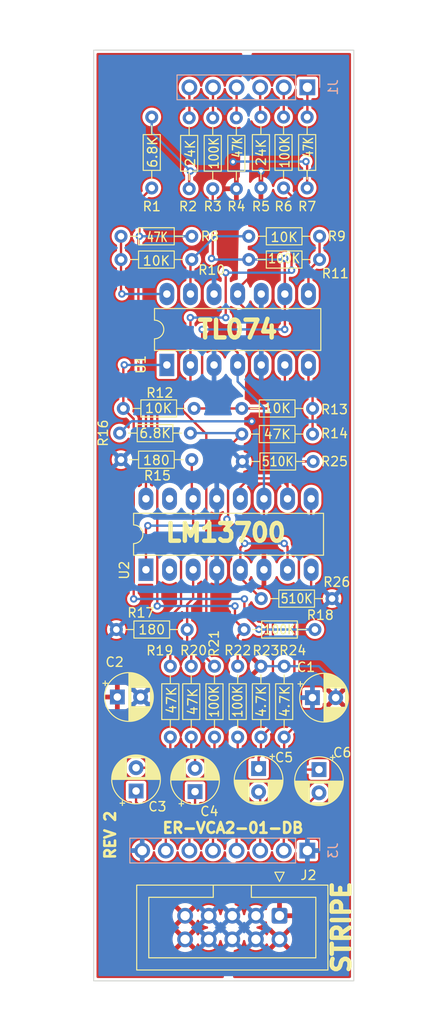
<source format=kicad_pcb>
(kicad_pcb (version 20211014) (generator pcbnew)
  (title_block (title "ER-VCA-02-DB") (date "2022-11-29") (rev "2") (company "LAND BOARDS LLC"))
  (layers (0 "F.Cu" signal) (31 "B.Cu" signal) (34 "B.Paste" user) (35 "F.Paste" user) (36 "B.SilkS" user "B.Silkscreen") (37 "F.SilkS" user "F.Silkscreen") (38 "B.Mask" user) (39 "F.Mask" user) (44 "Edge.Cuts" user))
  (net 0 "")
  (net 1 "GND")
  (net 2 "-12V")
  (net 3 "+12V")
  (net 4 "/IN2")
  (net 5 "Net-(C3-Pad2)")
  (net 6 "/IN1")
  (net 7 "Net-(C4-Pad2)")
  (net 8 "Net-(C5-Pad1)")
  (net 9 "/OUT2")
  (net 10 "Net-(C6-Pad1)")
  (net 11 "/OUT1")
  (net 12 "/POT1_CW")
  (net 13 "/POT1_CCW")
  (net 14 "/POT2_CW")
  (net 15 "/POT2_CCW")
  (net 16 "/POT2")
  (net 17 "/MOD2")
  (net 18 "/POT1")
  (net 19 "/MOD1")
  (net 21 "Net-(R25-Pad2)")
  (net 22 "Net-(R26-Pad2)")
  (net 24 "/SUM1")
  (net 25 "/SUM2")
  (net 26 "/V2A")
  (net 27 "/V1A")
  (net 28 "/V2B")
  (net 29 "/V1B")
  (net 30 "/V2C")
  (net 31 "/V1C")
  (net 32 "/V1D")
  (net 33 "Net-(R1-Pad2)")
  (net 34 "Net-(R15-Pad2)")
  (net 35 "Net-(R17-Pad2)")
  (footprint "Resistor_THT:R_Axial_DIN0204_L3.6mm_D1.6mm_P7.62mm_Horizontal" (layer "F.Cu") (at 33.794 75.148)
    (fp_text reference "R16" (at -1.778 0 90) (layer "F.SilkS"))
    (fp_text value "6.8K" (at 3.81 0.021996) (layer "F.SilkS"))
    (pad "1" thru_hole circle (at 0 0) (size 1.4 1.4) (drill 0.7) (layers *.Cu *.Mask) (net 2 "-12V"))
    (pad "2" thru_hole oval (at 7.62 0) (size 1.4 1.4) (drill 0.7) (layers *.Cu *.Mask) (net 32 "/V1D"))
  )
  (footprint "Package_DIP:DIP-14_W7.62mm_LongPads" (layer "F.Cu") (at 38.875 67.825 90)
    (fp_text reference "U1" (at 0.043 -2.795 90) (layer "F.SilkS"))
    (fp_text value "TL074")
    (pad "1" thru_hole rect (at 0 0 90) (size 2.4 1.6) (drill 0.8) (layers *.Cu *.Mask) (net 27 "/V1A"))
    (pad "2" thru_hole oval (at 0 2.54 90) (size 2.4 1.6) (drill 0.8) (layers *.Cu *.Mask) (net 24 "/SUM1"))
    (pad "3" thru_hole oval (at 0 5.08 90) (size 2.4 1.6) (drill 0.8) (layers *.Cu *.Mask) (net 1 "GND"))
    (pad "4" thru_hole oval (at 0 7.62 90) (size 2.4 1.6) (drill 0.8) (layers *.Cu *.Mask) (net 3 "+12V"))
    (pad "5" thru_hole oval (at 0 10.16 90) (size 2.4 1.6) (drill 0.8) (layers *.Cu *.Mask) (net 1 "GND"))
    (pad "6" thru_hole oval (at 0 12.7 90) (size 2.4 1.6) (drill 0.8) (layers *.Cu *.Mask) (net 29 "/V1B"))
    (pad "7" thru_hole oval (at 0 15.24 90) (size 2.4 1.6) (drill 0.8) (layers *.Cu *.Mask) (net 31 "/V1C"))
    (pad "8" thru_hole oval (at 7.62 15.24 90) (size 2.4 1.6) (drill 0.8) (layers *.Cu *.Mask) (net 26 "/V2A"))
    (pad "9" thru_hole oval (at 7.62 12.7 90) (size 2.4 1.6) (drill 0.8) (layers *.Cu *.Mask) (net 25 "/SUM2"))
    (pad "10" thru_hole oval (at 7.62 10.16 90) (size 2.4 1.6) (drill 0.8) (layers *.Cu *.Mask) (net 1 "GND"))
    (pad "11" thru_hole oval (at 7.62 7.62 90) (size 2.4 1.6) (drill 0.8) (layers *.Cu *.Mask) (net 2 "-12V"))
    (pad "12" thru_hole oval (at 7.62 5.08 90) (size 2.4 1.6) (drill 0.8) (layers *.Cu *.Mask) (net 1 "GND"))
    (pad "13" thru_hole oval (at 7.62 2.54 90) (size 2.4 1.6) (drill 0.8) (layers *.Cu *.Mask) (net 28 "/V2B"))
    (pad "14" thru_hole oval (at 7.62 0 90) (size 2.4 1.6) (drill 0.8) (layers *.Cu *.Mask) (net 30 "/V2C"))
  )
  (footprint "Package_DIP:DIP-16_W7.62mm_LongPads" (layer "F.Cu") (at 36.625 89.825 90)
    (fp_text reference "U2" (at -0.055 -2.33 90) (layer "F.SilkS"))
    (fp_text value "LM13700")
    (pad "1" thru_hole rect (at 0 0 90) (size 2.4 1.6) (drill 0.8) (layers *.Cu *.Mask) (net 32 "/V1D"))
    (pad "2" thru_hole oval (at 0 2.54 90) (size 2.4 1.6) (drill 0.8) (layers *.Cu *.Mask))
    (pad "3" thru_hole oval (at 0 5.08 90) (size 2.4 1.6) (drill 0.8) (layers *.Cu *.Mask) (net 35 "Net-(R17-Pad2)"))
    (pad "4" thru_hole oval (at 0 7.62 90) (size 2.4 1.6) (drill 0.8) (layers *.Cu *.Mask) (net 1 "GND"))
    (pad "5" thru_hole oval (at 0 10.16 90) (size 2.4 1.6) (drill 0.8) (layers *.Cu *.Mask) (net 22 "Net-(R26-Pad2)"))
    (pad "6" thru_hole oval (at 0 12.7 90) (size 2.4 1.6) (drill 0.8) (layers *.Cu *.Mask) (net 2 "-12V"))
    (pad "7" thru_hole oval (at 0 15.24 90) (size 2.4 1.6) (drill 0.8) (layers *.Cu *.Mask) (net 22 "Net-(R26-Pad2)"))
    (pad "8" thru_hole oval (at 0 17.78 90) (size 2.4 1.6) (drill 0.8) (layers *.Cu *.Mask) (net 10 "Net-(C6-Pad1)"))
    (pad "9" thru_hole oval (at 7.62 17.78 90) (size 2.4 1.6) (drill 0.8) (layers *.Cu *.Mask) (net 8 "Net-(C5-Pad1)"))
    (pad "10" thru_hole oval (at 7.62 15.24 90) (size 2.4 1.6) (drill 0.8) (layers *.Cu *.Mask) (net 21 "Net-(R25-Pad2)"))
    (pad "11" thru_hole oval (at 7.62 12.7 90) (size 2.4 1.6) (drill 0.8) (layers *.Cu *.Mask) (net 3 "+12V"))
    (pad "12" thru_hole oval (at 7.62 10.16 90) (size 2.4 1.6) (drill 0.8) (layers *.Cu *.Mask) (net 21 "Net-(R25-Pad2)"))
    (pad "13" thru_hole oval (at 7.62 7.62 90) (size 2.4 1.6) (drill 0.8) (layers *.Cu *.Mask) (net 1 "GND"))
    (pad "14" thru_hole oval (at 7.62 5.08 90) (size 2.4 1.6) (drill 0.8) (layers *.Cu *.Mask) (net 34 "Net-(R15-Pad2)"))
    (pad "15" thru_hole oval (at 7.62 2.54 90) (size 2.4 1.6) (drill 0.8) (layers *.Cu *.Mask))
    (pad "16" thru_hole oval (at 7.62 0 90) (size 2.4 1.6) (drill 0.8) (layers *.Cu *.Mask) (net 33 "Net-(R1-Pad2)"))
  )
  (footprint "Resistor_THT:R_Axial_DIN0204_L3.6mm_D1.6mm_P7.62mm_Horizontal" (layer "F.Cu") (at 37.249989 41.190012 -90)
    (fp_text reference "R1" (at 9.609988 0 180) (layer "F.SilkS"))
    (fp_text value "6.8K" (at 3.768 -0.088011 90) (layer "F.SilkS"))
    (pad "1" thru_hole circle (at 0 0 270) (size 1.4 1.4) (drill 0.7) (layers *.Cu *.Mask) (net 2 "-12V"))
    (pad "2" thru_hole oval (at 7.62 0 270) (size 1.4 1.4) (drill 0.7) (layers *.Cu *.Mask) (net 33 "Net-(R1-Pad2)"))
  )
  (footprint "Resistor_THT:R_Axial_DIN0204_L3.6mm_D1.6mm_P7.62mm_Horizontal" (layer "F.Cu") (at 41.499993 100.189995 -90)
    (fp_text reference "R20" (at -1.69 -0.25 180) (layer "F.SilkS"))
    (fp_text value "47K" (at 3.81 -0.168007 90) (layer "F.SilkS"))
    (pad "1" thru_hole circle (at 0 0 270) (size 1.4 1.4) (drill 0.7) (layers *.Cu *.Mask) (net 35 "Net-(R17-Pad2)"))
    (pad "2" thru_hole oval (at 7.62 0 270) (size 1.4 1.4) (drill 0.7) (layers *.Cu *.Mask) (net 7 "Net-(C4-Pad2)"))
  )
  (footprint "Capacitor_THT:CP_Radial_D5.0mm_P2.50mm" (layer "F.Cu") (at 41.91 113.665 90)
    (fp_text reference "C4" (at -2.123 1.536 180) (layer "F.SilkS"))
    (fp_text value "2.2uF")
    (pad "1" thru_hole rect (at 0 0 90) (size 1.6 1.6) (drill 0.8) (layers *.Cu *.Mask) (net 6 "/IN1"))
    (pad "2" thru_hole circle (at 2.5 0 90) (size 1.6 1.6) (drill 0.8) (layers *.Cu *.Mask) (net 7 "Net-(C4-Pad2)"))
  )
  (footprint "Resistor_THT:R_Axial_DIN0204_L3.6mm_D1.6mm_P7.62mm_Horizontal" (layer "F.Cu") (at 51.435 41.190012 -90)
    (fp_text reference "R6" (at 9.609988 0 180) (layer "F.SilkS"))
    (fp_text value "100K" (at 3.767988 -0.127 90) (layer "F.SilkS") (effects (font (size 1 0.889))))
    (pad "1" thru_hole circle (at 0 0 270) (size 1.4 1.4) (drill 0.7) (layers *.Cu *.Mask) (net 18 "/POT1"))
    (pad "2" thru_hole oval (at 7.62 0 270) (size 1.4 1.4) (drill 0.7) (layers *.Cu *.Mask) (net 24 "/SUM1"))
  )
  (footprint "Resistor_THT:R_Axial_DIN0204_L3.6mm_D1.6mm_P7.62mm_Horizontal" (layer "F.Cu") (at 33.439989 96.249998)
    (fp_text reference "R17" (at 2.640011 -1.797998) (layer "F.SilkS"))
    (fp_text value "180" (at 3.81 0.016002) (layer "F.SilkS"))
    (pad "1" thru_hole circle (at 0 0) (size 1.4 1.4) (drill 0.7) (layers *.Cu *.Mask) (net 1 "GND"))
    (pad "2" thru_hole oval (at 7.62 0) (size 1.4 1.4) (drill 0.7) (layers *.Cu *.Mask) (net 35 "Net-(R17-Pad2)"))
  )
  (footprint "Resistor_THT:R_Axial_DIN0204_L3.6mm_D1.6mm_P7.62mm_Horizontal" (layer "F.Cu") (at 43.815 41.275 -90)
    (fp_text reference "R3" (at 9.525 0 180) (layer "F.SilkS"))
    (fp_text value "100K" (at 3.81 -0.127 90) (layer "F.SilkS") (effects (font (size 1 0.889))))
    (pad "1" thru_hole circle (at 0 0 270) (size 1.4 1.4) (drill 0.7) (layers *.Cu *.Mask) (net 16 "/POT2"))
    (pad "2" thru_hole oval (at 7.62 0 270) (size 1.4 1.4) (drill 0.7) (layers *.Cu *.Mask) (net 25 "/SUM2"))
  )
  (footprint "Resistor_THT:R_Axial_DIN0204_L3.6mm_D1.6mm_P7.62mm_Horizontal" (layer "F.Cu") (at 56.653989 92.928008 180)
    (fp_text reference "R26" (at -0.508011 1.778) (layer "F.SilkS"))
    (fp_text value "510K" (at 3.81 0.000008) (layer "F.SilkS") (effects (font (size 1 0.889))))
    (pad "1" thru_hole circle (at 0 0 180) (size 1.4 1.4) (drill 0.7) (layers *.Cu *.Mask) (net 1 "GND"))
    (pad "2" thru_hole oval (at 7.62 0 180) (size 1.4 1.4) (drill 0.7) (layers *.Cu *.Mask) (net 22 "Net-(R26-Pad2)"))
  )
  (footprint "Resistor_THT:R_Axial_DIN0204_L3.6mm_D1.6mm_P7.62mm_Horizontal" (layer "F.Cu") (at 33.939988 77.999996)
    (fp_text reference "R15" (at 3.918012 1.720004) (layer "F.SilkS"))
    (fp_text value "180" (at 3.81 0.069004) (layer "F.SilkS"))
    (pad "1" thru_hole circle (at 0 0) (size 1.4 1.4) (drill 0.7) (layers *.Cu *.Mask) (net 1 "GND"))
    (pad "2" thru_hole oval (at 7.62 0) (size 1.4 1.4) (drill 0.7) (layers *.Cu *.Mask) (net 34 "Net-(R15-Pad2)"))
  )
  (footprint "Capacitor_THT:CP_Radial_D5.0mm_P2.50mm" (layer "F.Cu") (at 33.544888 103.5)
    (fp_text reference "C2" (at -0.294888 -3.75) (layer "F.SilkS"))
    (fp_text value "47uF")
    (pad "1" thru_hole rect (at 0 0) (size 1.6 1.6) (drill 0.8) (layers *.Cu *.Mask) (net 3 "+12V"))
    (pad "2" thru_hole circle (at 2.5 0) (size 1.6 1.6) (drill 0.8) (layers *.Cu *.Mask) (net 1 "GND"))
  )
  (footprint "Capacitor_THT:CP_Radial_D5.0mm_P2.50mm" (layer "F.Cu") (at 35.56 113.600113 90)
    (fp_text reference "C3" (at -1.679887 2.298 180) (layer "F.SilkS"))
    (fp_text value "2.2uF")
    (pad "1" thru_hole rect (at 0 0 90) (size 1.6 1.6) (drill 0.8) (layers *.Cu *.Mask) (net 4 "/IN2"))
    (pad "2" thru_hole circle (at 2.5 0 90) (size 1.6 1.6) (drill 0.8) (layers *.Cu *.Mask) (net 5 "Net-(C3-Pad2)"))
  )
  (footprint "Resistor_THT:R_Axial_DIN0204_L3.6mm_D1.6mm_P7.62mm_Horizontal" (layer "F.Cu") (at 41.559988 56.499989 180)
    (fp_text reference "R10" (at -2.140012 -1.122011) (layer "F.SilkS"))
    (fp_text value "10K" (at 3.81 -0.142011) (layer "F.SilkS"))
    (pad "1" thru_hole circle (at 0 0 180) (size 1.4 1.4) (drill 0.7) (layers *.Cu *.Mask) (net 28 "/V2B"))
    (pad "2" thru_hole oval (at 7.62 0 180) (size 1.4 1.4) (drill 0.7) (layers *.Cu *.Mask) (net 30 "/V2C"))
  )
  (footprint "Resistor_THT:R_Axial_DIN0204_L3.6mm_D1.6mm_P7.62mm_Horizontal" (layer "F.Cu") (at 46.939987 72.500007)
    (fp_text reference "R13" (at 9.968013 0.107993 180) (layer "F.SilkS"))
    (fp_text value "10K" (at 3.81 -0.019007) (layer "F.SilkS"))
    (pad "1" thru_hole circle (at 0 0) (size 1.4 1.4) (drill 0.7) (layers *.Cu *.Mask) (net 29 "/V1B"))
    (pad "2" thru_hole oval (at 7.62 0) (size 1.4 1.4) (drill 0.7) (layers *.Cu *.Mask) (net 31 "/V1C"))
  )
  (footprint "Resistor_THT:R_Axial_DIN0204_L3.6mm_D1.6mm_P7.62mm_Horizontal" (layer "F.Cu") (at 46.500009 107.809995 90)
    (fp_text reference "R22" (at 9.31 0 180) (layer "F.SilkS"))
    (fp_text value "100K" (at 3.81 -0.00602 90) (layer "F.SilkS") (effects (font (size 1 0.889))))
    (pad "1" thru_hole circle (at 0 0 90) (size 1.4 1.4) (drill 0.7) (layers *.Cu *.Mask) (net 19 "/MOD1"))
    (pad "2" thru_hole oval (at 7.62 0 90) (size 1.4 1.4) (drill 0.7) (layers *.Cu *.Mask) (net 24 "/SUM1"))
  )
  (footprint "Resistor_THT:R_Axial_DIN0204_L3.6mm_D1.6mm_P7.62mm_Horizontal" (layer "F.Cu") (at 55.309999 53.999994 180)
    (fp_text reference "R9" (at -1.852001 -0.000006 180) (layer "F.SilkS"))
    (fp_text value "10K" (at 3.81 -0.102006) (layer "F.SilkS"))
    (pad "1" thru_hole circle (at 0 0 180) (size 1.4 1.4) (drill 0.7) (layers *.Cu *.Mask) (net 26 "/V2A"))
    (pad "2" thru_hole oval (at 7.62 0 180) (size 1.4 1.4) (drill 0.7) (layers *.Cu *.Mask) (net 28 "/V2B"))
  )
  (footprint "Resistor_THT:R_Axial_DIN0204_L3.6mm_D1.6mm_P7.62mm_Horizontal" (layer "F.Cu") (at 41.275 41.275 -90)
    (fp_text reference "R2" (at 9.525 0.127 180) (layer "F.SilkS"))
    (fp_text value "24K" (at 3.81 -0.127 90) (layer "F.SilkS"))
    (pad "1" thru_hole circle (at 0 0 270) (size 1.4 1.4) (drill 0.7) (layers *.Cu *.Mask) (net 15 "/POT2_CCW"))
    (pad "2" thru_hole oval (at 7.62 0 270) (size 1.4 1.4) (drill 0.7) (layers *.Cu *.Mask) (net 2 "-12V"))
  )
  (footprint "Resistor_THT:R_Axial_DIN0204_L3.6mm_D1.6mm_P7.62mm_Horizontal" (layer "F.Cu") (at 47.002 78.196)
    (fp_text reference "R25" (at 9.906 0) (layer "F.SilkS"))
    (fp_text value "510K" (at 3.81 0.000008) (layer "F.SilkS") (effects (font (size 1 0.889))))
    (pad "1" thru_hole circle (at 0 0) (size 1.4 1.4) (drill 0.7) (layers *.Cu *.Mask) (net 1 "GND"))
    (pad "2" thru_hole oval (at 7.62 0) (size 1.4 1.4) (drill 0.7) (layers *.Cu *.Mask) (net 21 "Net-(R25-Pad2)"))
  )
  (footprint "Resistor_THT:R_Axial_DIN0204_L3.6mm_D1.6mm_P7.62mm_Horizontal" (layer "F.Cu") (at 43.999988 107.809995 90)
    (fp_text reference "R21" (at 10.055995 -0.045988 270) (layer "F.SilkS"))
    (fp_text value "100K" (at 3.81 -0.045999 90) (layer "F.SilkS") (effects (font (size 1 0.889))))
    (pad "1" thru_hole circle (at 0 0 90) (size 1.4 1.4) (drill 0.7) (layers *.Cu *.Mask) (net 17 "/MOD2"))
    (pad "2" thru_hole oval (at 7.62 0 90) (size 1.4 1.4) (drill 0.7) (layers *.Cu *.Mask) (net 25 "/SUM2"))
  )
  (footprint "Resistor_THT:R_Axial_DIN0204_L3.6mm_D1.6mm_P7.62mm_Horizontal" (layer "F.Cu") (at 34.19 72.500007)
    (fp_text reference "R12" (at 3.922 -1.670007) (layer "F.SilkS"))
    (fp_text value "10K" (at 3.795 -0.019007) (layer "F.SilkS"))
    (pad "1" thru_hole circle (at 0 0) (size 1.4 1.4) (drill 0.7) (layers *.Cu *.Mask) (net 27 "/V1A"))
    (pad "2" thru_hole oval (at 7.62 0) (size 1.4 1.4) (drill 0.7) (layers *.Cu *.Mask) (net 29 "/V1B"))
  )
  (footprint "Capacitor_THT:CP_Radial_D5.0mm_P2.50mm" (layer "F.Cu") (at 54.544888 103.569887)
    (fp_text reference "C1" (at -0.684888 -3.275887) (layer "F.SilkS"))
    (fp_text value "47uF")
    (pad "1" thru_hole rect (at 0 0) (size 1.6 1.6) (drill 0.8) (layers *.Cu *.Mask) (net 1 "GND"))
    (pad "2" thru_hole circle (at 2.5 0) (size 1.6 1.6) (drill 0.8) (layers *.Cu *.Mask) (net 2 "-12V"))
  )
  (footprint "Resistor_THT:R_Axial_DIN0204_L3.6mm_D1.6mm_P7.62mm_Horizontal" (layer "F.Cu") (at 46.355 41.275 -90)
    (fp_text reference "R4" (at 9.525 0 180) (layer "F.SilkS"))
    (fp_text value "47K" (at 3.175 -0.127 90) (layer "F.SilkS") (effects (font (size 1 0.762))))
    (pad "1" thru_hole circle (at 0 0 270) (size 1.4 1.4) (drill 0.7) (layers *.Cu *.Mask) (net 14 "/POT2_CW"))
    (pad "2" thru_hole oval (at 7.62 0 270) (size 1.4 1.4) (drill 0.7) (layers *.Cu *.Mask) (net 3 "+12V"))
  )
  (footprint "Capacitor_THT:CP_Radial_D5.0mm_P2.50mm" (layer "F.Cu") (at 48.75 111.189888 -90)
    (fp_text reference "C5" (at -1.189888 -2.74 180) (layer "F.SilkS"))
    (fp_text value "2.2uF")
    (pad "1" thru_hole rect (at 0 0 270) (size 1.6 1.6) (drill 0.8) (layers *.Cu *.Mask) (net 8 "Net-(C5-Pad1)"))
    (pad "2" thru_hole circle (at 2.5 0 270) (size 1.6 1.6) (drill 0.8) (layers *.Cu *.Mask) (net 9 "/OUT2"))
  )
  (footprint "Resistor_THT:R_Axial_DIN0204_L3.6mm_D1.6mm_P7.62mm_Horizontal" (layer "F.Cu") (at 47.689999 56.499989)
    (fp_text reference "R11" (at 9.310001 1.500011 180) (layer "F.SilkS"))
    (fp_text value "100K" (at 3.81 -0.112) (layer "F.SilkS") (effects (font (size 1 0.889))))
    (pad "1" thru_hole circle (at 0 0) (size 1.4 1.4) (drill 0.7) (layers *.Cu *.Mask) (net 25 "/SUM2"))
    (pad "2" thru_hole oval (at 7.62 0) (size 1.4 1.4) (drill 0.7) (layers *.Cu *.Mask) (net 26 "/V2A"))
  )
  (footprint "Resistor_THT:R_Axial_DIN0204_L3.6mm_D1.6mm_P7.62mm_Horizontal" (layer "F.Cu") (at 39.25001 100.189995 -90)
    (fp_text reference "R19" (at -1.673995 1.13801 180) (layer "F.SilkS"))
    (fp_text value "47K" (at 3.660005 -0.13199 90) (layer "F.SilkS"))
    (pad "1" thru_hole circle (at 0 0 270) (size 1.4 1.4) (drill 0.7) (layers *.Cu *.Mask) (net 34 "Net-(R15-Pad2)"))
    (pad "2" thru_hole oval (at 7.62 0 270) (size 1.4 1.4) (drill 0.7) (layers *.Cu *.Mask) (net 5 "Net-(C3-Pad2)"))
  )
  (footprint "Resistor_THT:R_Axial_DIN0204_L3.6mm_D1.6mm_P7.62mm_Horizontal" (layer "F.Cu") (at 47.19 96.249998)
    (fp_text reference "R18" (at 8.194 -1.543998 180) (layer "F.SilkS"))
    (fp_text value "100K" (at 3.81 0.016002) (layer "F.SilkS") (effects (font (size 1 0.889))))
    (pad "1" thru_hole circle (at 0 0) (size 1.4 1.4) (drill 0.7) (layers *.Cu *.Mask) (net 24 "/SUM1"))
    (pad "2" thru_hole oval (at 7.62 0) (size 1.4 1.4) (drill 0.7) (layers *.Cu *.Mask) (net 27 "/V1A"))
  )
  (footprint "Resistor_THT:R_Axial_DIN0204_L3.6mm_D1.6mm_P7.62mm_Horizontal" (layer "F.Cu") (at 41.559988 53.999994 180)
    (fp_text reference "R8" (at -1.940012 -0.000006) (layer "F.SilkS"))
    (fp_text value "47K" (at 3.713988 -0.102006) (layer "F.SilkS") (effects (font (size 1 0.762))))
    (pad "1" thru_hole circle (at 0 0 180) (size 1.4 1.4) (drill 0.7) (layers *.Cu *.Mask) (net 33 "Net-(R1-Pad2)"))
    (pad "2" thru_hole oval (at 7.62 0 180) (size 1.4 1.4) (drill 0.7) (layers *.Cu *.Mask) (net 30 "/V2C"))
  )
  (footprint "Resistor_THT:R_Axial_DIN0204_L3.6mm_D1.6mm_P7.62mm_Horizontal" (layer "F.Cu") (at 51.499999 100.189995 -90)
    (fp_text reference "R24" (at -1.69 -0.92) (layer "F.SilkS"))
    (fp_text value "4.7K" (at 3.787005 -0.074001 90) (layer "F.SilkS"))
    (pad "1" thru_hole circle (at 0 0 270) (size 1.4 1.4) (drill 0.7) (layers *.Cu *.Mask) (net 2 "-12V"))
    (pad "2" thru_hole oval (at 7.62 0 270) (size 1.4 1.4) (drill 0.7) (layers *.Cu *.Mask) (net 10 "Net-(C6-Pad1)"))
  )
  (footprint "Resistor_THT:R_Axial_DIN0204_L3.6mm_D1.6mm_P7.62mm_Horizontal" (layer "F.Cu") (at 49.000004 41.190012 -90)
    (fp_text reference "R5" (at 9.609988 0 180) (layer "F.SilkS"))
    (fp_text value "24K" (at 3.81 -0.021996 90) (layer "F.SilkS"))
    (pad "1" thru_hole circle (at 0 0 270) (size 1.4 1.4) (drill 0.7) (layers *.Cu *.Mask) (net 13 "/POT1_CCW"))
    (pad "2" thru_hole oval (at 7.62 0 270) (size 1.4 1.4) (drill 0.7) (layers *.Cu *.Mask) (net 2 "-12V"))
  )
  (footprint "Capacitor_THT:CP_Radial_D5.0mm_P2.50mm" (layer "F.Cu") (at 55.25 111.294888 -90)
    (fp_text reference "C6" (at -1.824888 -2.505 180) (layer "F.SilkS"))
    (fp_text value "2.2uF")
    (pad "1" thru_hole rect (at 0 0 270) (size 1.6 1.6) (drill 0.8) (layers *.Cu *.Mask) (net 10 "Net-(C6-Pad1)"))
    (pad "2" thru_hole circle (at 2.5 0 270) (size 1.6 1.6) (drill 0.8) (layers *.Cu *.Mask) (net 11 "/OUT1"))
  )
  (footprint "Resistor_THT:R_Axial_DIN0204_L3.6mm_D1.6mm_P7.62mm_Horizontal" (layer "F.Cu") (at 53.975 41.190012 -90)
    (fp_text reference "R7" (at 9.609988 0 180) (layer "F.SilkS"))
    (fp_text value "47K" (at 3.259988 -0.127 90) (layer "F.SilkS") (effects (font (size 1 0.762))))
    (pad "1" thru_hole circle (at 0 0 270) (size 1.4 1.4) (drill 0.7) (layers *.Cu *.Mask) (net 12 "/POT1_CW"))
    (pad "2" thru_hole oval (at 7.62 0 270) (size 1.4 1.4) (drill 0.7) (layers *.Cu *.Mask) (net 3 "+12V"))
  )
  (footprint "Connector_IDC:IDC-Header_2x05_P2.54mm_Vertical" (layer "F.Cu") (at 51 127 -90)
    (fp_text reference "J2" (at -4.354 -3.114 180) (layer "F.SilkS"))
    (fp_text value "CONN, IDC, SHRD, 2X5")
    (pad "1" thru_hole roundrect (at 0 0 270) (size 1.7 1.7) (drill 1) (layers *.Cu *.Mask) (roundrect_rratio 0.1470588235) (net 2 "-12V"))
    (pad "2" thru_hole circle (at 2.54 0 270) (size 1.7 1.7) (drill 1) (layers *.Cu *.Mask) (net 2 "-12V"))
    (pad "3" thru_hole circle (at 0 2.54 270) (size 1.7 1.7) (drill 1) (layers *.Cu *.Mask) (net 1 "GND"))
    (pad "4" thru_hole circle (at 2.54 2.54 270) (size 1.7 1.7) (drill 1) (layers *.Cu *.Mask) (net 1 "GND"))
    (pad "5" thru_hole circle (at 0 5.08 270) (size 1.7 1.7) (drill 1) (layers *.Cu *.Mask) (net 1 "GND"))
    (pad "6" thru_hole circle (at 2.54 5.08 270) (size 1.7 1.7) (drill 1) (layers *.Cu *.Mask) (net 1 "GND"))
    (pad "7" thru_hole circle (at 0 7.62 270) (size 1.7 1.7) (drill 1) (layers *.Cu *.Mask) (net 1 "GND"))
    (pad "8" thru_hole circle (at 2.54 7.62 270) (size 1.7 1.7) (drill 1) (layers *.Cu *.Mask) (net 1 "GND"))
    (pad "9" thru_hole circle (at 0 10.16 270) (size 1.7 1.7) (drill 1) (layers *.Cu *.Mask) (net 3 "+12V"))
    (pad "10" thru_hole circle (at 2.54 10.16 270) (size 1.7 1.7) (drill 1) (layers *.Cu *.Mask) (net 3 "+12V"))
  )
  (footprint "Resistor_THT:R_Axial_DIN0204_L3.6mm_D1.6mm_P7.62mm_Horizontal" (layer "F.Cu") (at 49.000004 100.189995 -90)
    (fp_text reference "R23" (at -1.673995 -0.541996) (layer "F.SilkS"))
    (fp_text value "4.7K" (at 3.787005 -0.033996 90) (layer "F.SilkS"))
    (pad "1" thru_hole circle (at 0 0 270) (size 1.4 1.4) (drill 0.7) (layers *.Cu *.Mask) (net 2 "-12V"))
    (pad "2" thru_hole oval (at 7.62 0 270) (size 1.4 1.4) (drill 0.7) (layers *.Cu *.Mask) (net 8 "Net-(C5-Pad1)"))
  )
  (footprint "Resistor_THT:R_Axial_DIN0204_L3.6mm_D1.6mm_P7.62mm_Horizontal" (layer "F.Cu") (at 46.939987 75.249989)
    (fp_text reference "R14" (at 9.968013 -0.066 180) (layer "F.SilkS"))
    (fp_text value "47K" (at 3.81 0.025011) (layer "F.SilkS"))
    (pad "1" thru_hole circle (at 0 0) (size 1.4 1.4) (drill 0.7) (layers *.Cu *.Mask) (net 32 "/V1D"))
    (pad "2" thru_hole oval (at 7.62 0) (size 1.4 1.4) (drill 0.7) (layers *.Cu *.Mask) (net 31 "/V1C"))
  )
  (footprint "Connector_PinSocket_2.54mm:PinSocket_1x08_P2.54mm_Vertical" (layer "B.Cu") (at 54 120 90)
    (fp_text reference "J3" (at 0 2.77 90) (layer "B.SilkS") (effects (justify mirror)))
    (fp_text value "HDR, PIN, 1X8")
    (pad "1" thru_hole rect (at 0 0 90) (size 1.7 1.7) (drill 1) (layers *.Cu *.Mask) (net 1 "GND"))
    (pad "2" thru_hole oval (at 0 -2.54 90) (size 1.7 1.7) (drill 1) (layers *.Cu *.Mask) (net 11 "/OUT1"))
    (pad "3" thru_hole oval (at 0 -5.08 90) (size 1.7 1.7) (drill 1) (layers *.Cu *.Mask) (net 9 "/OUT2"))
    (pad "4" thru_hole oval (at 0 -7.62 90) (size 1.7 1.7) (drill 1) (layers *.Cu *.Mask) (net 19 "/MOD1"))
    (pad "5" thru_hole oval (at 0 -10.16 90) (size 1.7 1.7) (drill 1) (layers *.Cu *.Mask) (net 17 "/MOD2"))
    (pad "6" thru_hole oval (at 0 -12.7 90) (size 1.7 1.7) (drill 1) (layers *.Cu *.Mask) (net 6 "/IN1"))
    (pad "7" thru_hole oval (at 0 -15.24 90) (size 1.7 1.7) (drill 1) (layers *.Cu *.Mask) (net 4 "/IN2"))
    (pad "8" thru_hole oval (at 0 -17.78 90) (size 1.7 1.7) (drill 1) (layers *.Cu *.Mask) (net 1 "GND"))
  )
  (footprint "Connector_PinSocket_2.54mm:PinSocket_1x06_P2.54mm_Vertical" (layer "B.Cu") (at 54 38 90)
    (fp_text reference "J1" (at 0 2.77 90) (layer "B.SilkS") (effects (justify mirror)))
    (fp_text value "HDR, PIN, 1X6")
    (pad "1" thru_hole rect (at 0 0 90) (size 1.7 1.7) (drill 1) (layers *.Cu *.Mask) (net 12 "/POT1_CW"))
    (pad "2" thru_hole oval (at 0 -2.54 90) (size 1.7 1.7) (drill 1) (layers *.Cu *.Mask) (net 18 "/POT1"))
    (pad "3" thru_hole oval (at 0 -5.08 90) (size 1.7 1.7) (drill 1) (layers *.Cu *.Mask) (net 13 "/POT1_CCW"))
    (pad "4" thru_hole oval (at 0 -7.62 90) (size 1.7 1.7) (drill 1) (layers *.Cu *.Mask) (net 14 "/POT2_CW"))
    (pad "5" thru_hole oval (at 0 -10.16 90) (size 1.7 1.7) (drill 1) (layers *.Cu *.Mask) (net 16 "/POT2"))
    (pad "6" thru_hole oval (at 0 -12.7 90) (size 1.7 1.7) (drill 1) (layers *.Cu *.Mask) (net 15 "/POT2_CCW"))
  )
  (gr_rect (start 31 34) (end 59 134) (layer "Edge.Cuts") (width 0.1) (fill none))
  (gr_text "ER-VCA2-01-DB" (at 45.986 117.566) (layer "F.SilkS") (effects (font (size 1.143 1.143) (thickness 0.28575))))
  (gr_text "TL074" (at 46.482 64.008) (layer "F.SilkS") (effects (font (size 1.905 1.905) (thickness 0.47625))))
  (gr_text "LM13700" (at 45.212 85.852) (layer "F.SilkS") (effects (font (size 1.905 1.905) (thickness 0.47625))))
  (gr_text "REV 2" (at 32.778 118.328 90) (layer "F.SilkS") (effects (font (size 1.143 1.143) (thickness 0.28575))))
  (gr_text "STRIPE" (at 57.67 128.234 90) (layer "F.SilkS") (effects (font (size 1.905 1.905) (thickness 0.47625))))
  (segment (start 41.275 47.117) (end 41.402 46.99) (width 0.25) (layer "F.Cu") (net 2))
  (segment (start 49.022 46.99) (end 49.022 48.788) (width 0.25) (layer "F.Cu") (net 2))
  (segment (start 46.495 59.677) (end 48.006 58.166) (width 0.25) (layer "F.Cu") (net 2))
  (segment (start 41.275 48.895) (end 41.275 47.117) (width 0.25) (layer "F.Cu") (net 2))
  (segment (start 46.495 60.995) (end 47.75 62.25) (width 0.25) (layer "F.Cu") (net 2))
  (via (at 48.018 73.878) (size 0.8) (drill 0.4) (layers "F.Cu" "B.Cu") (net 2))
  (via (at 49.022 46.99) (size 0.8) (drill 0.4) (layers "F.Cu" "B.Cu") (net 2))
  (via (at 41.402 46.99) (size 0.8) (drill 0.4) (layers "F.Cu" "B.Cu") (net 2))
  (segment (start 33.794 75.148) (end 35.064 73.878) (width 0.25) (layer "B.Cu") (net 2))
  (segment (start 41.402 46.99) (end 49.022 46.99) (width 0.25) (layer "B.Cu") (net 2))
  (segment (start 55.232 100.19) (end 57.044888 102.002888) (width 0.25) (layer "B.Cu") (net 2))
  (segment (start 57.044888 102.002888) (end 57.044888 103.569887) (width 0.25) (layer "B.Cu") (net 2))
  (segment (start 37.249989 41.190012) (end 37.249989 42.837989) (width 0.25) (layer "B.Cu") (net 2))
  (segment (start 37.249989 42.837989) (end 41.402 46.99) (width 0.25) (layer "B.Cu") (net 2))
  (segment (start 49 100.19) (end 51.5 100.19) (width 0.25) (layer "B.Cu") (net 2))
  (segment (start 35.064 73.878) (end 48.018 73.878) (width 0.25) (layer "B.Cu") (net 2))
  (segment (start 51.5 100.19) (end 55.232 100.19) (width 0.25) (layer "B.Cu") (net 2))
  (segment (start 53.975 46.101) (end 53.975 48.81) (width 0.25) (layer "F.Cu") (net 3))
  (segment (start 46.495 66.495) (end 45.5 65.5) (width 0.25) (layer "F.Cu") (net 3))
  (segment (start 46.355 48.895) (end 46.355 46.355) (width 0.25) (layer "F.Cu") (net 3))
  (segment (start 48.75 85) (end 45.75 85) (width 0.25) (layer "F.Cu") (net 3))
  (segment (start 53.848 45.974) (end 53.975 46.101) (width 0.25) (layer "F.Cu") (net 3))
  (segment (start 49.325 84.425) (end 48.75 85) (width 0.25) (layer "F.Cu") (net 3))
  (segment (start 46.355 46.355) (end 46 46) (width 0.25) (layer "F.Cu") (net 3))
  (segment (start 46.495 67.825) (end 46.495 66.495) (width 0.25) (layer "F.Cu") (net 3))
  (segment (start 49.325 82.205) (end 49.325 84.425) (width 0.25) (layer "F.Cu") (net 3))
  (via (at 53.848 45.974) (size 0.8) (drill 0.4) (layers "F.Cu" "B.Cu") (net 3))
  (via (at 46 46) (size 0.8) (drill 0.4) (layers "F.Cu" "B.Cu") (net 3))
  (segment (start 46 46) (end 46.026 45.974) (width 0.25) (layer "B.Cu") (net 3))
  (segment (start 49.325 72.439) (end 46.495 69.609) (width 0.25) (layer "B.Cu") (net 3))
  (segment (start 46.495 69.609) (end 46.495 67.825) (width 0.25) (layer "B.Cu") (net 3))
  (segment (start 49.325 82.205) (end 49.325 72.439) (width 0.25) (layer "B.Cu") (net 3))
  (segment (start 46.026 45.974) (end 53.848 45.974) (width 0.25) (layer "B.Cu") (net 3))
  (segment (start 38.76 120) (end 38.76 118) (width 0.25) (layer "F.Cu") (net 4))
  (segment (start 35.56 114.8) (end 35.56 113.600113) (width 0.25) (layer "F.Cu") (net 4))
  (segment (start 38.76 118) (end 35.56 114.8) (width 0.25) (layer "F.Cu") (net 4))
  (segment (start 39.25 109.25) (end 39.25 107.81) (width 0.25) (layer "F.Cu") (net 5))
  (segment (start 37.399887 111.100113) (end 39.25 109.25) (width 0.25) (layer "F.Cu") (net 5))
  (segment (start 35.56 111.100113) (end 37.399887 111.100113) (width 0.25) (layer "F.Cu") (net 5))
  (segment (start 41.3 120) (end 41.3 116.2) (width 0.25) (layer "F.Cu") (net 6))
  (segment (start 41.3 116.2) (end 41.91 115.59) (width 0.25) (layer "F.Cu") (net 6))
  (segment (start 41.91 113.665) (end 41.91 115.59) (width 0.25) (layer "F.Cu") (net 6))
  (segment (start 41.5 109.25) (end 41.5 107.81) (width 0.25) (layer "F.Cu") (net 7))
  (segment (start 41.91 109.66) (end 41.5 109.25) (width 0.25) (layer "F.Cu") (net 7))
  (segment (start 41.91 111.165) (end 41.91 109.66) (width 0.25) (layer "F.Cu") (net 7))
  (segment (start 48.75 110) (end 49 109.75) (width 0.25) (layer "F.Cu") (net 8))
  (segment (start 53.086 91.694) (end 50.292 94.488) (width 0.25) (layer "F.Cu") (net 8))
  (segment (start 54.405 82.205) (end 54.405 86.311) (width 0.25) (layer "F.Cu") (net 8))
  (segment (start 53.086 87.63) (end 53.086 91.694) (width 0.25) (layer "F.Cu") (net 8))
  (segment (start 50.292 106.518) (end 49 107.81) (width 0.25) (layer "F.Cu") (net 8))
  (segment (start 49 109.75) (end 49 107.81) (width 0.25) (layer "F.Cu") (net 8))
  (segment (start 54.405 86.311) (end 53.086 87.63) (width 0.25) (layer "F.Cu") (net 8))
  (segment (start 48.75 111.189888) (end 48.75 110) (width 0.25) (layer "F.Cu") (net 8))
  (segment (start 50.292 94.488) (end 50.292 106.518) (width 0.25) (layer "F.Cu") (net 8))
  (segment (start 48.92 120) (end 48.92 113.859888) (width 0.25) (layer "F.Cu") (net 9))
  (segment (start 53.544888 111.294888) (end 51.5 109.25) (width 0.25) (layer "F.Cu") (net 10))
  (segment (start 51.5 109.25) (end 51.5 107.81) (width 0.25) (layer "F.Cu") (net 10))
  (segment (start 52.6 106.71) (end 52.6 94.5) (width 0.25) (layer "F.Cu") (net 10))
  (segment (start 51.5 107.81) (end 52.6 106.71) (width 0.25) (layer "F.Cu") (net 10))
  (segment (start 55.25 111.294888) (end 53.544888 111.294888) (width 0.25) (layer "F.Cu") (net 10))
  (segment (start 54.405 92.695) (end 54.405 89.825) (width 0.25) (layer "F.Cu") (net 10))
  (segment (start 52.6 94.5) (end 54.405 92.695) (width 0.25) (layer "F.Cu") (net 10))
  (segment (start 51.46 120) (end 51.46 117.584888) (width 0.25) (layer "F.Cu") (net 11))
  (segment (start 51.46 117.584888) (end 55.25 113.794888) (width 0.25) (layer "F.Cu") (net 11))
  (segment (start 54 38) (end 54 41.165) (width 0.25) (layer "F.Cu") (net 12))
  (segment (start 48.92 38) (end 48.92 41.11) (width 0.25) (layer "F.Cu") (net 13))
  (segment (start 46.38 38) (end 46.38 41.25) (width 0.25) (layer "F.Cu") (net 14))
  (segment (start 41.3 38) (end 41.3 41.25) (width 0.25) (layer "F.Cu") (net 15))
  (segment (start 43.84 38) (end 43.84 41.25) (width 0.25) (layer "F.Cu") (net 16))
  (segment (start 44 115.004) (end 43.84 115.164) (width 0.25) (layer "F.Cu") (net 17))
  (segment (start 43.84 115.164) (end 43.84 120) (width 0.25) (layer "F.Cu") (net 17))
  (segment (start 44 107.81) (end 44 115.004) (width 0.25) (layer "F.Cu") (net 17))
  (segment (start 51.46 38) (end 51.46 41.165) (width 0.25) (layer "F.Cu") (net 18))
  (segment (start 46.38 120) (end 46.38 110.628) (width 0.25) (layer "F.Cu") (net 19))
  (segment (start 46.5 110.508) (end 46.5 107.81) (width 0.25) (layer "F.Cu") (net 19))
  (segment (start 46.38 110.628) (end 46.5 110.508) (width 0.25) (layer "F.Cu") (net 19))
  (segment (start 51.865 82.205) (end 51.865 79.683) (width 0.25) (layer "F.Cu") (net 21))
  (segment (start 51.054 80.01) (end 51.865 80.821) (width 0.25) (layer "F.Cu") (net 21))
  (segment (start 47.752 80.01) (end 51.054 80.01) (width 0.25) (layer "F.Cu") (net 21))
  (segment (start 53.352 78.196) (end 54.622 78.196) (width 0.25) (layer "F.Cu") (net 21))
  (segment (start 46.785 80.977) (end 47.752 80.01) (width 0.25) (layer "F.Cu") (net 21))
  (segment (start 51.865 79.683) (end 53.352 78.196) (width 0.25) (layer "F.Cu") (net 21))
  (segment (start 46.785 82.205) (end 46.785 80.977) (width 0.25) (layer "F.Cu") (net 21))
  (segment (start 46.785 89.825) (end 46.785 87.465) (width 0.25) (layer "F.Cu") (net 22))
  (segment (start 51.865 87.365) (end 51.865 89.825) (width 0.25) (layer "F.Cu") (net 22))
  (segment (start 51.5 87) (end 51.865 87.365) (width 0.25) (layer "F.Cu") (net 22))
  (segment (start 46.785 90.679) (end 49.034 92.928) (width 0.25) (layer "F.Cu") (net 22))
  (segment (start 46.785 87.465) (end 47.25 87) (width 0.25) (layer "F.Cu") (net 22))
  (via (at 47.25 87) (size 0.8) (drill 0.4) (layers "F.Cu" "B.Cu") (net 22))
  (via (at 51.5 87) (size 0.8) (drill 0.4) (layers "F.Cu" "B.Cu") (net 22))
  (segment (start 47.25 87) (end 51.5 87) (width 0.25) (layer "B.Cu") (net 22))
  (segment (start 46.5 96.94) (end 47.19 96.25) (width 0.25) (layer "F.Cu") (net 24))
  (segment (start 37.846 93.726) (end 37.846 73.152) (width 0.25) (layer "F.Cu") (net 24))
  (segment (start 52.299074 57.650133) (end 52.299074 49.674074) (width 0.25) (layer "F.Cu") (net 24))
  (segment (start 41.415 69.583) (end 41.415 62.751) (width 0.25) (layer "F.Cu") (net 24))
  (segment (start 46.5 100.19) (end 46.5 96.94) (width 0.25) (layer "F.Cu") (net 24))
  (segment (start 46.204 95.263998) (end 46.204 93.726) (width 0.25) (layer "F.Cu") (net 24))
  (segment (start 47.19 96.249998) (end 46.204 95.263998) (width 0.25) (layer "F.Cu") (net 24))
  (segment (start 45.212 62.738) (end 45.212 57.912) (width 0.25) (layer "F.Cu") (net 24))
  (segment (start 41.415 62.751) (end 41.402 62.738) (width 0.25) (layer "F.Cu") (net 24))
  (segment (start 41.415 69.583) (end 37.846 73.152) (width 0.25) (layer "F.Cu") (net 24))
  (segment (start 52.299074 49.674074) (end 51.435 48.81) (width 0.25) (layer "F.Cu") (net 24))
  (via (at 45.212 62.738) (size 0.8) (drill 0.4) (layers "F.Cu" "B.Cu") (net 24))
  (via (at 41.402 62.738) (size 0.8) (drill 0.4) (layers "F.Cu" "B.Cu") (net 24))
  (via (at 45.212 57.912) (size 0.8) (drill 0.4) (layers "F.Cu" "B.Cu") (net 24))
  (via (at 52.299074 57.650133) (size 0.8) (drill 0.4) (layers "F.Cu" "B.Cu") (net 24))
  (via (at 46.204 93.726) (size 0.8) (drill 0.4) (layers "F.Cu" "B.Cu") (net 24))
  (via (at 37.846 93.726) (size 0.8) (drill 0.4) (layers "F.Cu" "B.Cu") (net 24))
  (segment (start 45.212 57.912) (end 52.037207 57.912) (width 0.25) (layer "B.Cu") (net 24))
  (segment (start 41.402 62.738) (end 45.212 62.738) (width 0.25) (layer "B.Cu") (net 24))
  (segment (start 46.204 93.726) (end 37.846 93.726) (width 0.25) (layer "B.Cu") (net 24))
  (segment (start 52.037207 57.912) (end 52.299074 57.650133) (width 0.25) (layer "B.Cu") (net 24))
  (segment (start 44 100.19) (end 43.12048 99.31048) (width 0.25) (layer "F.Cu") (net 25))
  (segment (start 51.562 64.008) (end 51.575 63.995) (width 0.25) (layer "F.Cu") (net 25))
  (segment (start 51.575 63.995) (end 51.575 57.675) (width 0.25) (layer "F.Cu") (net 25))
  (segment (start 43.12048 75.259358) (end 40.6 72.738878) (width 0.25) (layer "F.Cu") (net 25))
  (segment (start 40.68 71.842) (end 42.8 69.722) (width 0.25) (layer "F.Cu") (net 25))
  (segment (start 43.815 48.895) (end 43.815 56.261) (width 0.25) (layer "F.Cu") (net 25))
  (segment (start 40.6 71.842) (end 40.68 71.842) (width 0.25) (layer "F.Cu") (net 25))
  (segment (start 51.562 56.388) (end 51.562 60.192) (width 0.25) (layer "F.Cu") (net 25))
  (segment (start 43.12048 99.31048) (end 43.12048 75.259358) (width 0.25) (layer "F.Cu") (net 25))
  (segment (start 40.6 72.738878) (end 40.6 71.842) (width 0.25) (layer "F.Cu") (net 25))
  (segment (start 43.815 56.261) (end 43.688 56.388) (width 0.25) (layer "F.Cu") (net 25))
  (segment (start 42.672 69.85) (end 42.672 64.008) (width 0.25) (layer "F.Cu") (net 25))
  (via (at 51.562 56.388) (size 0.8) (drill 0.4) (layers "F.Cu" "B.Cu") (net 25))
  (via (at 43.688 56.388) (size 0.8) (drill 0.4) (layers "F.Cu" "B.Cu") (net 25))
  (via (at 51.562 64.008) (size 0.8) (drill 0.4) (layers "F.Cu" "B.Cu") (net 25))
  (via (at 42.672 64.008) (size 0.8) (drill 0.4) (layers "F.Cu" "B.Cu") (net 25))
  (segment (start 43.8 56.5) (end 47.69 56.5) (width 0.25) (layer "B.Cu") (net 25))
  (segment (start 47.69 56.5) (end 51.45 56.5) (width 0.25) (layer "B.Cu") (net 25))
  (segment (start 51.45 56.5) (end 51.562 56.388) (width 0.25) (layer "B.Cu") (net 25))
  (segment (start 42.672 64.008) (end 51.562 64.008) (width 0.25) (layer "B.Cu") (net 25))
  (segment (start 54.115 57.695) (end 55.31 56.5) (width 0.25) (layer "F.Cu") (net 26))
  (segment (start 54.115 60.205) (end 54.115 57.695) (width 0.25) (layer "F.Cu") (net 26))
  (segment (start 55.31 54) (end 55.31 56.5) (width 0.25) (layer "F.Cu") (net 26))
  (segment (start 35.306 73.616) (end 35.306 92.964) (width 0.25) (layer "F.Cu") (net 27))
  (segment (start 34.29 67.818) (end 34.19 67.918) (width 0.25) (layer "F.Cu") (net 27))
  (segment (start 34.19 72.5) (end 35.306 73.616) (width 0.25) (layer "F.Cu") (net 27))
  (segment (start 47.22 94.67) (end 47.22 92.964) (width 0.25) (layer "F.Cu") (net 27))
  (segment (start 34.19 67.918) (end 34.19 72.5) (width 0.25) (layer "F.Cu") (net 27))
  (segment (start 48.78 96.23) (end 47.22 94.67) (width 0.25) (layer "F.Cu") (net 27))
  (via (at 34.29 67.818) (size 0.8) (drill 0.4) (layers "F.Cu" "B.Cu") (net 27))
  (via (at 35.306 92.964) (size 0.8) (drill 0.4) (layers "F.Cu" "B.Cu") (net 27))
  (via (at 48.78 96.23) (size 0.8) (drill 0.4) (layers "F.Cu" "B.Cu") (net 27))
  (via (at 47.22 92.964) (size 0.8) (drill 0.4) (layers "F.Cu" "B.Cu") (net 27))
  (segment (start 48.799998 96.249998) (end 48.78 96.23) (width 0.25) (layer "B.Cu") (net 27))
  (segment (start 54.81 96.249998) (end 48.799998 96.249998) (width 0.25) (layer "B.Cu") (net 27))
  (segment (start 47.22 92.964) (end 35.306 92.964) (width 0.25) (layer "B.Cu") (net 27))
  (segment (start 34.297 67.825) (end 34.29 67.818) (width 0.25) (layer "B.Cu") (net 27))
  (segment (start 38.875 67.825) (end 34.297 67.825) (width 0.25) (layer "B.Cu") (net 27))
  (segment (start 41.415 60.205) (end 41.415 56.645) (width 0.25) (layer "F.Cu") (net 28))
  (segment (start 44.06 54) (end 41.56 56.5) (width 0.25) (layer "B.Cu") (net 28))
  (segment (start 47.69 54) (end 44.06 54) (width 0.25) (layer "B.Cu") (net 28))
  (segment (start 41.81 72.5) (end 46.94 72.5) (width 0.25) (layer "F.Cu") (net 29))
  (segment (start 51.575 70.625) (end 51.575 67.825) (width 0.25) (layer "F.Cu") (net 29))
  (segment (start 46.94 72.5) (end 49.7 72.5) (width 0.25) (layer "F.Cu") (net 29))
  (segment (start 49.7 72.5) (end 51.575 70.625) (width 0.25) (layer "F.Cu") (net 29))
  (segment (start 34.036 60.198) (end 33.94 60.102) (width 0.25) (layer "F.Cu") (net 30))
  (segment (start 33.94 54) (end 33.94 56.5) (width 0.25) (layer "F.Cu") (net 30))
  (segment (start 33.94 60.102) (end 33.94 56.5) (width 0.25) (layer "F.Cu") (net 30))
  (via (at 34.036 60.198) (size 0.8) (drill 0.4) (layers "F.Cu" "B.Cu") (net 30))
  (segment (start 38.875 60.205) (end 34.043 60.205) (width 0.25) (layer "B.Cu") (net 30))
  (segment (start 34.043 60.205) (end 34.036 60.198) (width 0.25) (layer "B.Cu") (net 30))
  (segment (start 54.56 70.66) (end 54.115 70.215) (width 0.25) (layer "F.Cu") (net 31))
  (segment (start 54.115 67.825) (end 54.115 70.215) (width 0.25) (layer "F.Cu") (net 31))
  (segment (start 54.56 75.25) (end 54.56 72.5) (width 0.25) (layer "F.Cu") (net 31))
  (segment (start 54.56 72.5) (end 54.56 70.66) (width 0.25) (layer "F.Cu") (net 31))
  (segment (start 45.466 84.277573) (end 45.466 76.723976) (width 0.25) (layer "F.Cu") (net 32))
  (segment (start 45.466 76.723976) (end 46.939987 75.249989) (width 0.25) (layer "F.Cu") (net 32))
  (segment (start 45.342841 84.400732) (end 45.466 84.277573) (width 0.25) (layer "F.Cu") (net 32))
  (segment (start 36.625 85.295) (end 36.83 85.09) (width 0.25) (layer "F.Cu") (net 32))
  (segment (start 36.625 89.825) (end 36.625 85.295) (width 0.25) (layer "F.Cu") (net 32))
  (via (at 45.342841 84.400732) (size 0.8) (drill 0.4) (layers "F.Cu" "B.Cu") (net 32))
  (via (at 36.83 85.09) (size 0.8) (drill 0.4) (layers "F.Cu" "B.Cu") (net 32))
  (segment (start 44.653573 85.09) (end 45.342841 84.400732) (width 0.25) (layer "B.Cu") (net 32))
  (segment (start 41.414 75.148) (end 46.837998 75.148) (width 0.25) (layer "B.Cu") (net 32))
  (segment (start 36.83 85.09) (end 44.653573 85.09) (width 0.25) (layer "B.Cu") (net 32))
  (segment (start 35.916006 53.999994) (end 35.916006 50.143995) (width 0.25) (layer "F.Cu") (net 33))
  (segment (start 35.916006 50.143995) (end 37.249989 48.810012) (width 0.25) (layer "F.Cu") (net 33))
  (segment (start 35.814 54.102) (end 35.916006 53.999994) (width 0.25) (layer "F.Cu") (net 33))
  (segment (start 35.814 69.342) (end 35.814 54.102) (width 0.25) (layer "F.Cu") (net 33))
  (segment (start 36.625 82.205) (end 36.625 70.153) (width 0.25) (layer "F.Cu") (net 33))
  (segment (start 36.625 70.153) (end 35.814 69.342) (width 0.25) (layer "F.Cu") (net 33))
  (via (at 35.916006 53.999994) (size 0.8) (drill 0.4) (layers "F.Cu" "B.Cu") (net 33))
  (segment (start 41.559988 53.999994) (end 35.916006 53.999994) (width 0.25) (layer "B.Cu") (net 33))
  (segment (start 39.25 94.85) (end 40.4 93.7) (width 0.25) (layer "F.Cu") (net 34))
  (segment (start 40.4 87.1) (end 41.705 85.795) (width 0.25) (layer "F.Cu") (net 34))
  (segment (start 39.25 100.19) (end 39.25 94.85) (width 0.25) (layer "F.Cu") (net 34))
  (segment (start 41.705 85.795) (end 41.705 82.205) (width 0.25) (layer "F.Cu") (net 34))
  (segment (start 41.56 78) (end 41.56 82.06) (width 0.25) (layer "F.Cu") (net 34))
  (segment (start 40.4 93.7) (end 40.4 87.1) (width 0.25) (layer "F.Cu") (net 34))
  (segment (start 41.06 96.25) (end 41.06 93.56) (width 0.25) (layer "F.Cu") (net 35))
  (segment (start 41.5 98.2) (end 41.5 100.19) (width 0.25) (layer "F.Cu") (net 35))
  (segment (start 41.06 93.56) (end 41.705 92.915) (width 0.25) (layer "F.Cu") (net 35))
  (segment (start 41.06 97.76) (end 41.5 98.2) (width 0.25) (layer "F.Cu") (net 35))
  (segment (start 41.06 96.25) (end 41.06 97.76) (width 0.25) (layer "F.Cu") (net 35))
  (segment (start 41.705 92.915) (end 41.705 89.825) (width 0.25) (layer "F.Cu") (net 35))
  (zone (net 2) (net_name "-12V") (layer "F.Cu") (connect_pads (clearance 0.3048)) (min_thickness 0.254) (fill yes (thermal_gap 0.508) (thermal_bridge_width 0.508))
    (polygon (pts (xy 59 134) (xy 46 134) (xy 48 34) (xy 59 34)))
  )
  (zone (net 3) (net_name "+12V") (layer "F.Cu") (connect_pads (clearance 0.3048)) (min_thickness 0.254) (fill yes (thermal_gap 0.508) (thermal_bridge_width 0.508))
    (polygon (pts (xy 45 134) (xy 31 134) (xy 31 34) (xy 47 34)))
  )
  (zone (net 1) (net_name "GND") (layer "B.Cu") (connect_pads (clearance 0.508)) (min_thickness 0.254) (fill yes (thermal_gap 0.508) (thermal_bridge_width 0.508))
    (polygon (pts (xy 59 134) (xy 31 134) (xy 31 34) (xy 59 34)))
  )
)
</source>
